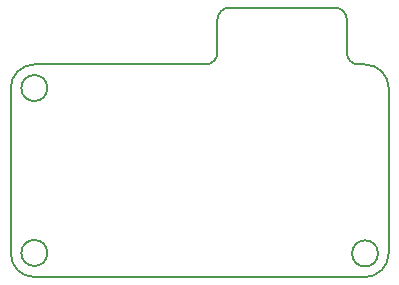
<source format=gbr>
%TF.GenerationSoftware,KiCad,Pcbnew,8.0.9*%
%TF.CreationDate,2025-07-19T06:53:03+07:00*%
%TF.ProjectId,Daughterboard,44617567-6874-4657-9262-6f6172642e6b,rev?*%
%TF.SameCoordinates,Original*%
%TF.FileFunction,Profile,NP*%
%FSLAX46Y46*%
G04 Gerber Fmt 4.6, Leading zero omitted, Abs format (unit mm)*
G04 Created by KiCad (PCBNEW 8.0.9) date 2025-07-19 06:53:03*
%MOMM*%
%LPD*%
G01*
G04 APERTURE LIST*
%TA.AperFunction,Profile*%
%ADD10C,0.200000*%
%TD*%
G04 APERTURE END LIST*
D10*
X105115000Y-76185800D02*
G75*
G02*
X102915000Y-76185800I-1100000J0D01*
G01*
X102915000Y-76185800D02*
G75*
G02*
X105115000Y-76185800I1100000J0D01*
G01*
X104015000Y-60185800D02*
G75*
G02*
X106015000Y-62185800I0J-2000000D01*
G01*
X76015000Y-78185800D02*
G75*
G02*
X74015000Y-76185800I0J2000000D01*
G01*
X101473000Y-55385800D02*
X92523000Y-55385800D01*
X91523000Y-56385800D02*
X91523000Y-59185800D01*
X106015000Y-76185800D02*
G75*
G02*
X104015000Y-78185800I-2000000J0D01*
G01*
X74015000Y-62185800D02*
G75*
G02*
X76015000Y-60185800I2000000J0D01*
G01*
X77115000Y-76148800D02*
G75*
G02*
X74915000Y-76148800I-1100000J0D01*
G01*
X74915000Y-76148800D02*
G75*
G02*
X77115000Y-76148800I1100000J0D01*
G01*
X102473000Y-59185800D02*
X102473000Y-56385800D01*
X103473000Y-60185800D02*
G75*
G02*
X102473000Y-59185800I0J1000000D01*
G01*
X101473000Y-55385800D02*
G75*
G02*
X102473000Y-56385800I0J-1000000D01*
G01*
X76015000Y-78185800D02*
X104015000Y-78185800D01*
X104015000Y-60185800D02*
X103473000Y-60185800D01*
X74015000Y-62185800D02*
X74015000Y-76185800D01*
X90523000Y-60185800D02*
X76015000Y-60185800D01*
X91523000Y-56385800D02*
G75*
G02*
X92523000Y-55385800I1000000J0D01*
G01*
X77115000Y-62185800D02*
G75*
G02*
X74915000Y-62185800I-1100000J0D01*
G01*
X74915000Y-62185800D02*
G75*
G02*
X77115000Y-62185800I1100000J0D01*
G01*
X106015000Y-76185800D02*
X106015000Y-62185800D01*
X91523000Y-59185800D02*
G75*
G02*
X90523000Y-60185800I-1000000J0D01*
G01*
M02*

</source>
